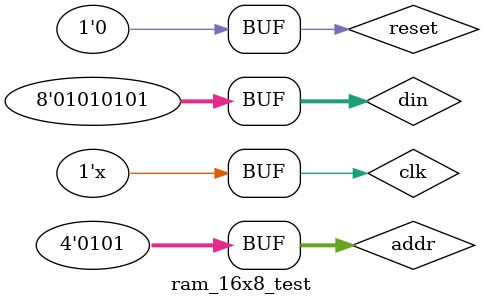
<source format=v>
`timescale 1ns/1ps
`include "ram_16x8.v"
module ram_16x8_test;
  reg clk;
  reg reset;
  reg [7:0] din;
  reg [3:0] addr;
  wire [7:0] dout;

  ram_16x8 dut(clk,reset,addr,din,dout);

  initial begin
    $dumpfile("ram_16x8.vcd");
    $dumpvars(0,ram_16x8_test);

  end

  always #5 clk=~clk;



  initial begin
        
        clk = 0;
        reset = 0;
        addr = 0;
        din = 0;

        #10
        $display("Writing 8'hAA to Address 5");
        addr = 4'd5;
        din = 8'hAA; 
        reset = 1;      
               
#10;         
        
        $display("Writing 8'h55 to Address 12");
        addr = 4'd12;
        din = 8'h55;
        reset = 1;      
        
    
        reset = 0;     
        
        addr = 4'd5; 
        #10;
  end


  endmodule
</source>
